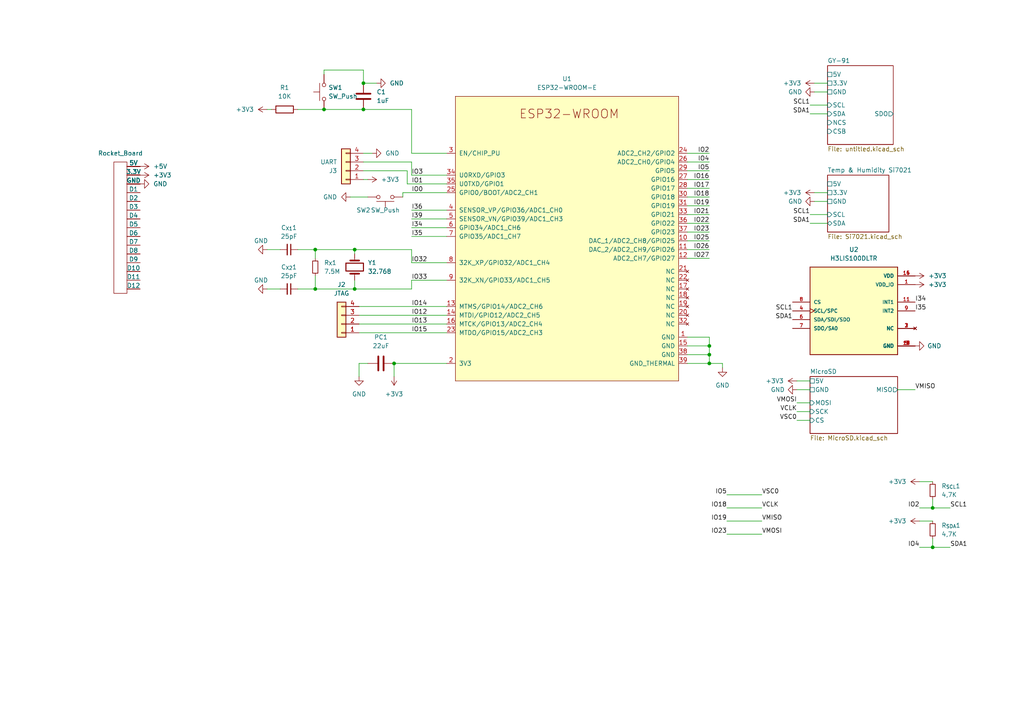
<source format=kicad_sch>
(kicad_sch (version 20211123) (generator eeschema)
  (paper "A4")
  (lib_symbols
    (symbol "BlueSat:Rocket_Board" (pin_numbers hide) (pin_names (offset 0))
      (property "Value" "Rocket_Board" (at 1.27 19.05 0))
      (symbol "Rocket_Board_0_1"
        (rectangle (start -3.81 -21.59) (end 0 16.51))
      )
      (symbol "Rocket_Board_1_1"
        (pin passive line (at 3.81 15.24 180) (length 3.81) (name "5V") (number "1"))
        (pin passive line (at 3.81 12.7 180) (length 3.81) (name "3.3V") (number "10"))
        (pin passive line (at 3.81 10.16 180) (length 3.81) (name "GND") (number "11"))
        (pin passive line (at 3.81 -2.54 180) (length 3.81) (name "D5") (number "12"))
        (pin passive line (at 3.81 -7.62 180) (length 3.81) (name "D7") (number "13"))
        (pin passive line (at 3.81 10.16 180) (length 3.81) (name "GND") (number "14"))
        (pin passive line (at 3.81 -12.7 180) (length 3.81) (name "D9") (number "15"))
        (pin passive line (at 3.81 -17.78 180) (length 3.81) (name "D11") (number "16"))
        (pin passive line (at 3.81 10.16 180) (length 3.81) (name "GND") (number "17"))
        (pin passive line (at 3.81 15.24 180) (length 3.81) (name "5V") (number "18"))
        (pin passive line (at 3.81 10.16 180) (length 3.81) (name "GND") (number "19"))
        (pin passive line (at 3.81 10.16 180) (length 3.81) (name "GND") (number "2"))
        (pin passive line (at 3.81 12.7 180) (length 3.81) (name "3.3V") (number "20"))
        (pin passive line (at 3.81 12.7 180) (length 3.81) (name "3.3V") (number "21"))
        (pin passive line (at 3.81 10.16 180) (length 3.81) (name "GND") (number "22"))
        (pin passive line (at 3.81 15.24 180) (length 3.81) (name "5V") (number "23"))
        (pin passive line (at 3.81 10.16 180) (length 3.81) (name "GND") (number "24"))
        (pin passive line (at 3.81 -20.32 180) (length 3.81) (name "D12") (number "25"))
        (pin passive line (at 3.81 -15.24 180) (length 3.81) (name "D10") (number "26"))
        (pin passive line (at 3.81 10.16 180) (length 3.81) (name "GND") (number "27"))
        (pin passive line (at 3.81 -10.16 180) (length 3.81) (name "D8") (number "28"))
        (pin passive line (at 3.81 -5.08 180) (length 3.81) (name "D6") (number "29"))
        (pin passive line (at 3.81 12.7 180) (length 3.81) (name "3.3V") (number "3"))
        (pin passive line (at 3.81 10.16 180) (length 3.81) (name "GND") (number "30"))
        (pin passive line (at 3.81 12.7 180) (length 3.81) (name "3.3V") (number "31"))
        (pin passive line (at 3.81 10.16 180) (length 3.81) (name "GND") (number "32"))
        (pin passive line (at 3.81 15.24 180) (length 3.81) (name "5V") (number "33"))
        (pin passive line (at 3.81 10.16 180) (length 3.81) (name "GND") (number "34"))
        (pin passive line (at 3.81 0 180) (length 3.81) (name "D4") (number "35"))
        (pin passive line (at 3.81 5.08 180) (length 3.81) (name "D2") (number "36"))
        (pin passive line (at 3.81 10.16 180) (length 3.81) (name "GND") (number "37"))
        (pin passive line (at 3.81 12.7 180) (length 3.81) (name "3.3V") (number "38"))
        (pin passive line (at 3.81 10.16 180) (length 3.81) (name "GND") (number "39"))
        (pin passive line (at 3.81 10.16 180) (length 3.81) (name "GND") (number "4"))
        (pin passive line (at 3.81 15.24 180) (length 3.81) (name "5V") (number "40"))
        (pin passive line (at 3.81 7.62 180) (length 3.81) (name "D1") (number "5"))
        (pin passive line (at 3.81 2.54 180) (length 3.81) (name "D3") (number "6"))
        (pin passive line (at 3.81 10.16 180) (length 3.81) (name "GND") (number "7"))
        (pin passive line (at 3.81 15.24 180) (length 3.81) (name "5V") (number "8"))
        (pin passive line (at 3.81 10.16 180) (length 3.81) (name "GND") (number "9"))
      )
    )
    (symbol "Connector_Generic:Conn_01x04" (pin_names (offset 1.016) hide)
      (property "Reference" "J" (at 0 5.08 0))
      (property "Value" "Conn_01x04" (at 0 -7.62 0))
      (symbol "Conn_01x04_1_1"
        (rectangle (start -1.27 -4.953) (end 0 -5.207) (stroke (width 0.1524)))
        (rectangle (start -1.27 -2.413) (end 0 -2.667) (stroke (width 0.1524)))
        (rectangle (start -1.27 0.127) (end 0 -0.127) (stroke (width 0.1524)))
        (rectangle (start -1.27 2.667) (end 0 2.413) (stroke (width 0.1524)))
        (rectangle (start -1.27 3.81) (end 1.27 -6.35) (stroke (width 0.254)) (fill (type background)))
        (pin passive line (at -5.08 2.54 0) (length 3.81) (name "Pin_1") (number "1"))
        (pin passive line (at -5.08 0 0) (length 3.81) (name "Pin_2") (number "2"))
        (pin passive line (at -5.08 -2.54 0) (length 3.81) (name "Pin_3") (number "3"))
        (pin passive line (at -5.08 -5.08 0) (length 3.81) (name "Pin_4") (number "4"))
      )
    )
    (symbol "Device:C" (pin_numbers hide) (pin_names (offset 0.254))
      (property "Reference" "C" (at 0.635 2.54 0))
      (property "Value" "C" (at 0.635 -2.54 0))
      (symbol "C_0_1"
        (polyline (pts (xy -2.032 -0.762) (xy 2.032 -0.762)) (stroke (width 0.508)))
        (polyline (pts (xy -2.032 0.762) (xy 2.032 0.762)) (stroke (width 0.508)))
      )
      (symbol "C_1_1"
        (pin passive line (at 0 3.81 270) (length 2.794) (name "~") (number "1"))
        (pin passive line (at 0 -3.81 90) (length 2.794) (name "~") (number "2"))
      )
    )
    (symbol "Device:C_Small" (pin_numbers hide) (pin_names (offset 0.254) hide)
      (property "Reference" "C" (at 0.254 1.778 0))
      (property "Value" "C_Small" (at 0.254 -2.032 0))
      (symbol "C_Small_0_1"
        (polyline (pts (xy -1.524 -0.508) (xy 1.524 -0.508)) (stroke (width 0.3302)))
        (polyline (pts (xy -1.524 0.508) (xy 1.524 0.508)) (stroke (width 0.3048)))
      )
      (symbol "C_Small_1_1"
        (pin passive line (at 0 2.54 270) (length 2.032) (name "~") (number "1"))
        (pin passive line (at 0 -2.54 90) (length 2.032) (name "~") (number "2"))
      )
    )
    (symbol "Device:Crystal" (pin_numbers hide) (pin_names (offset 1.016) hide)
      (property "Reference" "Y" (at 0 3.81 0))
      (property "Value" "Crystal" (at 0 -3.81 0))
      (symbol "Crystal_0_1"
        (rectangle (start -1.143 2.54) (end 1.143 -2.54) (stroke (width 0.3048)))
        (polyline (pts (xy -2.54 0) (xy -1.905 0)))
        (polyline (pts (xy -1.905 -1.27) (xy -1.905 1.27)) (stroke (width 0.508)))
        (polyline (pts (xy 1.905 -1.27) (xy 1.905 1.27)) (stroke (width 0.508)))
        (polyline (pts (xy 2.54 0) (xy 1.905 0)))
      )
      (symbol "Crystal_1_1"
        (pin passive line (at -3.81 0 0) (length 1.27) (name "1") (number "1"))
        (pin passive line (at 3.81 0 180) (length 1.27) (name "2") (number "2"))
      )
    )
    (symbol "Device:R" (pin_numbers hide) (pin_names (offset 0))
      (property "Reference" "R" (at 2.032 0 90))
      (property "Value" "R" (at 0 0 90))
      (symbol "R_0_1"
        (rectangle (start -1.016 -2.54) (end 1.016 2.54) (stroke (width 0.254)))
      )
      (symbol "R_1_1"
        (pin passive line (at 0 3.81 270) (length 1.27) (name "~") (number "1"))
        (pin passive line (at 0 -3.81 90) (length 1.27) (name "~") (number "2"))
      )
    )
    (symbol "Device:R_Small" (pin_numbers hide) (pin_names (offset 0.254) hide)
      (property "Reference" "R" (at 0.762 0.508 0))
      (property "Value" "R_Small" (at 0.762 -1.016 0))
      (symbol "R_Small_0_1"
        (rectangle (start -0.762 1.778) (end 0.762 -1.778) (stroke (width 0.2032)))
      )
      (symbol "R_Small_1_1"
        (pin passive line (at 0 2.54 270) (length 0.762) (name "~") (number "1"))
        (pin passive line (at 0 -2.54 90) (length 0.762) (name "~") (number "2"))
      )
    )
    (symbol "ESP32:ESP32-WROOM-E" (pin_names (offset 1.016))
      (property "Reference" "U" (at 0 43.18 0))
      (property "Value" "ESP32-WROOM-E" (at 0 -41.91 0))
      (symbol "ESP32-WROOM-E_0_1"
        (rectangle (start 33.02 41.91) (end -31.75 -40.64) (fill (type background)))
      )
      (symbol "ESP32-WROOM-E_1_1"
        (text "ESP32-­WROOM­" (at 1.27 36.83 0) (effects (font (size 2.54 2.54))))
        (pin power_in line (at 35.56 -27.94 180) (length 2.54) (name "GND") (number "1"))
        (pin bidirectional line (at 35.56 0 180) (length 2.54) (name "DAC_1/ADC2_CH8/GPIO25") (number "10"))
        (pin bidirectional line (at 35.56 -2.54 180) (length 2.54) (name "DAC_2/ADC2_CH9/GPIO26") (number "11"))
        (pin bidirectional line (at 35.56 -5.08 180) (length 2.54) (name "ADC2_CH7/GPIO27") (number "12"))
        (pin bidirectional line (at -34.29 -19.05 0) (length 2.54) (name "MTMS/GPIO14/ADC2_CH6") (number "13"))
        (pin bidirectional line (at -34.29 -21.59 0) (length 2.54) (name "MTDI/GPIO12/ADC2_CH5") (number "14"))
        (pin power_in line (at 35.56 -30.48 180) (length 2.54) (name "GND") (number "15"))
        (pin bidirectional line (at -34.29 -24.13 0) (length 2.54) (name "MTCK/GPIO13/ADC2_CH4") (number "16"))
        (pin no_connect line (at 35.56 -13.97 180) (length 2.54) (name "NC") (number "17"))
        (pin no_connect line (at 35.56 -16.51 180) (length 2.54) (name "NC") (number "18"))
        (pin no_connect line (at 35.56 -19.05 180) (length 2.54) (name "NC") (number "19"))
        (pin power_in line (at -34.29 -35.56 0) (length 2.54) (name "3V3") (number "2"))
        (pin no_connect line (at 35.56 -21.59 180) (length 2.54) (name "NC") (number "20"))
        (pin no_connect line (at 35.56 -8.89 180) (length 2.54) (name "NC") (number "21"))
        (pin no_connect line (at 35.56 -11.43 180) (length 2.54) (name "NC") (number "22"))
        (pin bidirectional line (at -34.29 -26.67 0) (length 2.54) (name "MTDO/GPIO15/ADC2_CH3") (number "23"))
        (pin bidirectional line (at 35.56 25.4 180) (length 2.54) (name "ADC2_CH2/GPIO2") (number "24"))
        (pin bidirectional line (at -34.29 13.97 0) (length 2.54) (name "GPIO0/BOOT/ADC2_CH1") (number "25"))
        (pin bidirectional line (at 35.56 22.86 180) (length 2.54) (name "ADC2_CH0/GPIO4") (number "26"))
        (pin bidirectional line (at 35.56 17.78 180) (length 2.54) (name "GPIO16") (number "27"))
        (pin bidirectional line (at 35.56 15.24 180) (length 2.54) (name "GPIO17") (number "28"))
        (pin bidirectional line (at 35.56 20.32 180) (length 2.54) (name "GPIO5") (number "29"))
        (pin input line (at -34.29 25.4 0) (length 2.54) (name "EN/CHIP_PU") (number "3"))
        (pin bidirectional line (at 35.56 12.7 180) (length 2.54) (name "GPIO18") (number "30"))
        (pin bidirectional line (at 35.56 10.16 180) (length 2.54) (name "GPIO19") (number "31"))
        (pin no_connect line (at 35.56 -24.13 180) (length 2.54) (name "NC") (number "32"))
        (pin bidirectional line (at 35.56 7.62 180) (length 2.54) (name "GPIO21") (number "33"))
        (pin bidirectional line (at -34.29 19.05 0) (length 2.54) (name "U0RXD/GPIO3") (number "34"))
        (pin bidirectional line (at -34.29 16.51 0) (length 2.54) (name "U0TXD/GPIO1") (number "35"))
        (pin bidirectional line (at 35.56 5.08 180) (length 2.54) (name "GPIO22") (number "36"))
        (pin bidirectional line (at 35.56 2.54 180) (length 2.54) (name "GPIO23") (number "37"))
        (pin power_in line (at 35.56 -33.02 180) (length 2.54) (name "GND") (number "38"))
        (pin power_in line (at 35.56 -35.56 180) (length 2.54) (name "GND_THERMAL") (number "39"))
        (pin input line (at -34.29 8.89 0) (length 2.54) (name "SENSOR_VP/GPIO36/ADC1_CH0") (number "4"))
        (pin input line (at -34.29 6.35 0) (length 2.54) (name "SENSOR_VN/GPIO39/ADC1_CH3") (number "5"))
        (pin input line (at -34.29 3.81 0) (length 2.54) (name "GPIO34/ADC1_CH6") (number "6"))
        (pin input line (at -34.29 1.27 0) (length 2.54) (name "GPIO35/ADC1_CH7") (number "7"))
        (pin bidirectional line (at -34.29 -6.35 0) (length 2.54) (name "32K_XP/GPIO32/ADC1_CH4") (number "8"))
        (pin bidirectional line (at -34.29 -11.43 0) (length 2.54) (name "32K_XN/GPIO33/ADC1_CH5") (number "9"))
      )
    )
    (symbol "IMU:H3LIS100DLTR" (pin_names (offset 1.016))
      (property "Reference" "U" (at -12.7 13.589 0))
      (property "Value" "H3LIS100DLTR" (at -12.7 -15.24 0))
      (symbol "H3LIS100DLTR_0_0"
        (rectangle (start -12.7 -12.7) (end 12.7 12.7) (stroke (width 0.254)) (fill (type background)))
        (pin power_in line (at 17.78 7.62 180) (length 5.08) (name "VDD_IO") (number "1"))
        (pin power_in line (at 17.78 -10.16 180) (length 5.08) (name "GND") (number "10"))
        (pin output line (at 17.78 2.54 180) (length 5.08) (name "INT1") (number "11"))
        (pin power_in line (at 17.78 -10.16 180) (length 5.08) (name "GND") (number "12"))
        (pin power_in line (at 17.78 -10.16 180) (length 5.08) (name "GND") (number "13"))
        (pin power_in line (at 17.78 10.16 180) (length 5.08) (name "VDD") (number "14"))
        (pin power_in line (at 17.78 10.16 180) (length 5.08) (name "VDD") (number "15"))
        (pin power_in line (at 17.78 -10.16 180) (length 5.08) (name "GND") (number "16"))
        (pin no_connect line (at 17.78 -5.08 180) (length 5.08) (name "NC") (number "2"))
        (pin no_connect line (at 17.78 -5.08 180) (length 5.08) (name "NC") (number "3"))
        (pin input clock (at -17.78 0 0) (length 5.08) (name "SCL/SPC") (number "4"))
        (pin power_in line (at 17.78 -10.16 180) (length 5.08) (name "GND") (number "5"))
        (pin bidirectional line (at -17.78 -2.54 0) (length 5.08) (name "SDA/SDI/SDO") (number "6"))
        (pin bidirectional line (at -17.78 -5.08 0) (length 5.08) (name "SDO/SA0") (number "7"))
        (pin input line (at -17.78 2.54 0) (length 5.08) (name "CS") (number "8"))
        (pin output line (at 17.78 0 180) (length 5.08) (name "INT2") (number "9"))
      )
    )
    (symbol "Switch:SW_Push" (pin_numbers hide) (pin_names (offset 1.016) hide)
      (property "Reference" "SW" (at 1.27 2.54 0))
      (property "Value" "SW_Push" (at 0 -1.524 0))
      (symbol "SW_Push_0_1"
        (circle (center -2.032 0) (radius 0.508))
        (polyline (pts (xy 0 1.27) (xy 0 3.048)))
        (polyline (pts (xy 2.54 1.27) (xy -2.54 1.27)))
        (circle (center 2.032 0) (radius 0.508))
        (pin passive line (at -5.08 0 0) (length 2.54) (name "1") (number "1"))
        (pin passive line (at 5.08 0 180) (length 2.54) (name "2") (number "2"))
      )
    )
    (symbol "power:+3.3V" (power) (pin_names (offset 0))
      (property "Value" "+3.3V" (at 0 3.556 0))
      (symbol "+3.3V_0_1"
        (polyline (pts (xy -0.762 1.27) (xy 0 2.54)))
        (polyline (pts (xy 0 0) (xy 0 2.54)))
        (polyline (pts (xy 0 2.54) (xy 0.762 1.27)))
      )
      (symbol "+3.3V_1_1"
        (pin power_in line (at 0 0 90) (length 0) hide (name "+3V3") (number "1"))
      )
    )
    (symbol "power:+5V" (power) (pin_names (offset 0))
      (property "Value" "+5V" (at 0 3.556 0))
      (symbol "+5V_0_1"
        (polyline (pts (xy -0.762 1.27) (xy 0 2.54)))
        (polyline (pts (xy 0 0) (xy 0 2.54)))
        (polyline (pts (xy 0 2.54) (xy 0.762 1.27)))
      )
      (symbol "+5V_1_1"
        (pin power_in line (at 0 0 90) (length 0) hide (name "+5V") (number "1"))
      )
    )
    (symbol "power:GND" (power) (pin_names (offset 0))
      (property "Value" "GND" (at 0 -3.81 0))
      (symbol "GND_0_1"
        (polyline (pts (xy 0 0) (xy 0 -1.27) (xy 1.27 -1.27) (xy 0 -2.54) (xy -1.27 -1.27) (xy 0 -1.27)))
      )
      (symbol "GND_1_1"
        (pin power_in line (at 0 0 270) (length 0) hide (name "GND") (number "1"))
      )
    )
  )
  (junction (at 91.44 72.39))
  (junction (at 270.51 147.32))
  (junction (at 270.51 158.75))
  (junction (at 205.74 105.41))
  (junction (at 114.3 105.41))
  (junction (at 102.87 83.82))
  (junction (at 205.74 102.87))
  (junction (at 93.98 31.75))
  (junction (at 102.87 72.39))
  (junction (at 105.41 31.75))
  (junction (at 105.41 24.13))
  (junction (at 205.74 100.33))
  (junction (at 91.44 83.82))
  (wire (pts (xy 205.74 105.41) (xy 209.55 105.41)))
  (wire (pts (xy 119.38 66.04) (xy 129.54 66.04)))
  (wire (pts (xy 270.51 158.75) (xy 275.59 158.75)))
  (wire (pts (xy 210.82 143.51) (xy 220.98 143.51)))
  (wire (pts (xy 199.39 69.85) (xy 205.74 69.85)))
  (wire (pts (xy 86.36 83.82) (xy 91.44 83.82)))
  (wire (pts (xy 119.38 81.28) (xy 119.38 83.82)))
  (wire (pts (xy 104.14 91.44) (xy 129.54 91.44)))
  (wire (pts (xy 104.14 88.9) (xy 129.54 88.9)))
  (wire (pts (xy 119.38 81.28) (xy 129.54 81.28)))
  (wire (pts (xy 210.82 147.32) (xy 220.98 147.32)))
  (wire (pts (xy 234.95 64.77) (xy 240.03 64.77)))
  (wire (pts (xy 236.22 55.88) (xy 240.03 55.88)))
  (wire (pts (xy 236.22 26.67) (xy 240.03 26.67)))
  (wire (pts (xy 119.38 44.45) (xy 119.38 31.75)))
  (wire (pts (xy 104.14 93.98) (xy 129.54 93.98)))
  (wire (pts (xy 77.47 83.82) (xy 81.28 83.82)))
  (wire (pts (xy 119.38 60.96) (xy 129.54 60.96)))
  (wire (pts (xy 210.82 151.13) (xy 220.98 151.13)))
  (wire (pts (xy 77.47 72.39) (xy 81.28 72.39)))
  (wire (pts (xy 199.39 59.69) (xy 205.74 59.69)))
  (wire (pts (xy 129.54 55.88) (xy 116.84 55.88)))
  (wire (pts (xy 199.39 49.53) (xy 205.74 49.53)))
  (wire (pts (xy 234.95 33.02) (xy 240.03 33.02)))
  (wire (pts (xy 102.87 72.39) (xy 119.38 72.39)))
  (wire (pts (xy 116.84 55.88) (xy 116.84 57.15)))
  (wire (pts (xy 105.41 24.13) (xy 109.22 24.13)))
  (wire (pts (xy 119.38 50.8) (xy 119.38 46.99)))
  (wire (pts (xy 102.87 83.82) (xy 119.38 83.82)))
  (wire (pts (xy 119.38 31.75) (xy 105.41 31.75)))
  (wire (pts (xy 260.35 113.03) (xy 265.43 113.03)))
  (wire (pts (xy 102.87 72.39) (xy 102.87 73.66)))
  (wire (pts (xy 231.14 110.49) (xy 234.95 110.49)))
  (wire (pts (xy 199.39 44.45) (xy 205.74 44.45)))
  (wire (pts (xy 205.74 97.79) (xy 205.74 100.33)))
  (wire (pts (xy 105.41 20.32) (xy 105.41 24.13)))
  (wire (pts (xy 91.44 72.39) (xy 102.87 72.39)))
  (wire (pts (xy 129.54 50.8) (xy 119.38 50.8)))
  (wire (pts (xy 199.39 74.93) (xy 205.74 74.93)))
  (wire (pts (xy 199.39 97.79) (xy 205.74 97.79)))
  (wire (pts (xy 106.68 105.41) (xy 104.14 105.41)))
  (wire (pts (xy 102.87 83.82) (xy 102.87 81.28)))
  (wire (pts (xy 93.98 20.32) (xy 93.98 21.59)))
  (wire (pts (xy 199.39 105.41) (xy 205.74 105.41)))
  (wire (pts (xy 119.38 63.5) (xy 129.54 63.5)))
  (wire (pts (xy 231.14 121.92) (xy 234.95 121.92)))
  (wire (pts (xy 270.51 144.78) (xy 270.51 147.32)))
  (wire (pts (xy 266.7 139.7) (xy 270.51 139.7)))
  (wire (pts (xy 119.38 72.39) (xy 119.38 76.2)))
  (wire (pts (xy 205.74 102.87) (xy 205.74 105.41)))
  (wire (pts (xy 199.39 100.33) (xy 205.74 100.33)))
  (wire (pts (xy 118.11 53.34) (xy 118.11 49.53)))
  (wire (pts (xy 270.51 147.32) (xy 275.59 147.32)))
  (wire (pts (xy 231.14 113.03) (xy 234.95 113.03)))
  (wire (pts (xy 129.54 105.41) (xy 114.3 105.41)))
  (wire (pts (xy 205.74 100.33) (xy 205.74 102.87)))
  (wire (pts (xy 93.98 20.32) (xy 105.41 20.32)))
  (wire (pts (xy 199.39 57.15) (xy 205.74 57.15)))
  (wire (pts (xy 199.39 72.39) (xy 205.74 72.39)))
  (wire (pts (xy 119.38 76.2) (xy 129.54 76.2)))
  (wire (pts (xy 199.39 46.99) (xy 205.74 46.99)))
  (wire (pts (xy 199.39 67.31) (xy 205.74 67.31)))
  (wire (pts (xy 77.47 31.75) (xy 78.74 31.75)))
  (wire (pts (xy 86.36 72.39) (xy 91.44 72.39)))
  (wire (pts (xy 209.55 106.68) (xy 209.55 105.41)))
  (wire (pts (xy 234.95 62.23) (xy 240.03 62.23)))
  (wire (pts (xy 93.98 31.75) (xy 105.41 31.75)))
  (wire (pts (xy 129.54 53.34) (xy 118.11 53.34)))
  (wire (pts (xy 199.39 52.07) (xy 205.74 52.07)))
  (wire (pts (xy 104.14 105.41) (xy 104.14 109.22)))
  (wire (pts (xy 105.41 52.07) (xy 106.68 52.07)))
  (wire (pts (xy 118.11 49.53) (xy 105.41 49.53)))
  (wire (pts (xy 231.14 119.38) (xy 234.95 119.38)))
  (wire (pts (xy 91.44 74.93) (xy 91.44 72.39)))
  (wire (pts (xy 210.82 154.94) (xy 220.98 154.94)))
  (wire (pts (xy 231.14 116.84) (xy 234.95 116.84)))
  (wire (pts (xy 129.54 44.45) (xy 119.38 44.45)))
  (wire (pts (xy 199.39 62.23) (xy 205.74 62.23)))
  (wire (pts (xy 234.95 30.48) (xy 240.03 30.48)))
  (wire (pts (xy 270.51 156.21) (xy 270.51 158.75)))
  (wire (pts (xy 91.44 83.82) (xy 91.44 80.01)))
  (wire (pts (xy 266.7 147.32) (xy 270.51 147.32)))
  (wire (pts (xy 86.36 31.75) (xy 93.98 31.75)))
  (wire (pts (xy 199.39 102.87) (xy 205.74 102.87)))
  (wire (pts (xy 104.14 96.52) (xy 129.54 96.52)))
  (wire (pts (xy 199.39 54.61) (xy 205.74 54.61)))
  (wire (pts (xy 266.7 151.13) (xy 270.51 151.13)))
  (wire (pts (xy 119.38 46.99) (xy 105.41 46.99)))
  (wire (pts (xy 236.22 58.42) (xy 240.03 58.42)))
  (wire (pts (xy 102.87 83.82) (xy 91.44 83.82)))
  (wire (pts (xy 101.6 57.15) (xy 106.68 57.15)))
  (wire (pts (xy 266.7 158.75) (xy 270.51 158.75)))
  (wire (pts (xy 114.3 105.41) (xy 114.3 109.22)))
  (wire (pts (xy 199.39 64.77) (xy 205.74 64.77)))
  (wire (pts (xy 105.41 44.45) (xy 107.95 44.45)))
  (wire (pts (xy 119.38 68.58) (xy 129.54 68.58)))
  (wire (pts (xy 236.22 24.13) (xy 240.03 24.13)))
  (label "IO33" (at 119.38 81.28 0))
  (label "IO4" (at 266.7 158.75 180))
  (label "I34" (at 119.38 66.04 0))
  (label "I34" (at 265.43 87.63 0))
  (label "IO19" (at 210.82 151.13 180))
  (label "IO15" (at 119.38 96.52 0))
  (label "IO25" (at 205.74 69.85 180))
  (label "IO12" (at 119.38 91.44 0))
  (label "IO23" (at 210.82 154.94 180))
  (label "IO18" (at 205.74 57.15 180))
  (label "IO17" (at 205.74 54.61 180))
  (label "IO32" (at 119.38 76.2 0))
  (label "IO14" (at 119.38 88.9 0))
  (label "VCLK" (at 220.98 147.32 0))
  (label "I35" (at 265.43 90.17 0))
  (label "SDA1" (at 229.87 92.71 180))
  (label "IO21" (at 205.74 62.23 180))
  (label "VMOSI" (at 220.98 154.94 0))
  (label "SDA1" (at 275.59 158.75 0))
  (label "VCLK" (at 231.14 119.38 180))
  (label "IO27" (at 205.74 74.93 180))
  (label "IO2" (at 266.7 147.32 180))
  (label "SCL1" (at 275.59 147.32 0))
  (label "IO5" (at 205.74 49.53 180))
  (label "IO1" (at 119.38 53.34 0))
  (label "SDA1" (at 234.95 64.77 180))
  (label "SCL1" (at 234.95 30.48 180))
  (label "I35" (at 119.38 68.58 0))
  (label "I39" (at 119.38 63.5 0))
  (label "IO3" (at 119.38 50.8 0))
  (label "IO19" (at 205.74 59.69 180))
  (label "IO4" (at 205.74 46.99 180))
  (label "IO0" (at 119.38 55.88 0))
  (label "VMOSI" (at 231.14 116.84 180))
  (label "SDA1" (at 234.95 33.02 180))
  (label "IO26" (at 205.74 72.39 180))
  (label "VSC0" (at 220.98 143.51 0))
  (label "SCL1" (at 229.87 90.17 180))
  (label "IO23" (at 205.74 67.31 180))
  (label "VMISO" (at 220.98 151.13 0))
  (label "I36" (at 119.38 60.96 0))
  (label "IO2" (at 205.74 44.45 180))
  (label "VSC0" (at 231.14 121.92 180))
  (label "IO16" (at 205.74 52.07 180))
  (label "IO18" (at 210.82 147.32 180))
  (label "IO13" (at 119.38 93.98 0))
  (label "SCL1" (at 234.95 62.23 180))
  (label "VMISO" (at 265.43 113.03 0))
  (label "IO5" (at 210.82 143.51 180))
  (label "IO22" (at 205.74 64.77 180))
  (symbol (lib_id "Switch:SW_Push") (at 111.76 57.15 180) (unit 1)
    (property "Reference" "SW2" (at 105.41 60.96 0))
    (property "Value" "SW_Push" (at 111.76 60.96 0))
    (property "Footprint" "Button_Switch_SMD:SW_Push_1P1T_NO_CK_KMR2" (effects hide))
  )
  (symbol (lib_id "power:+3.3V") (at 77.47 31.75 90) (unit 1)
    (property "Reference" "#PWR0108" (effects hide))
    (property "Value" "+3.3V" (at 73.66 31.7499 90) (effects (justify left)))
  )
  (symbol (lib_id "power:+3.3V") (at 40.64 50.8 270) (unit 1)
    (property "Reference" "#PWR0120" (effects hide))
    (property "Value" "+3.3V" (at 44.45 50.7999 90) (effects (justify left)))
  )
  (symbol (lib_id "power:GND") (at 209.55 106.68 0) (unit 1)
    (property "Reference" "#PWR0110" (effects hide))
    (property "Value" "GND" (at 209.55 111.76 0))
  )
  (symbol (lib_id "power:GND") (at 101.6 57.15 270) (unit 1)
    (property "Reference" "#PWR0109" (effects hide))
    (property "Value" "GND" (at 97.79 57.1499 90) (effects (justify right)))
  )
  (symbol (lib_id "power:+5V") (at 40.64 48.26 270) (unit 1)
    (property "Reference" "#PWR0121" (effects hide))
    (property "Value" "+5V" (at 44.45 48.2599 90) (effects (justify left)))
  )
  (symbol (lib_id "power:+3.3V") (at 266.7 151.13 90) (unit 1)
    (property "Reference" "#PWR0118" (effects hide))
    (property "Value" "+3.3V" (at 262.89 151.1299 90) (effects (justify left)))
  )
  (symbol (lib_id "power:GND") (at 231.14 113.03 270) (unit 1)
    (property "Reference" "#PWR0112" (effects hide))
    (property "Value" "GND" (at 223.52 113.03 90) (effects (justify left)))
  )
  (symbol (lib_id "power:+3.3V") (at 236.22 24.13 90) (unit 1)
    (property "Reference" "#PWR0101" (effects hide))
    (property "Value" "+3.3V" (at 232.41 24.1299 90) (effects (justify left)))
  )
  (symbol (lib_id "ESP32:ESP32-WROOM-E") (at 163.83 69.85 0) (unit 1)
    (property "Reference" "U1" (at 164.465 22.86 0))
    (property "Value" "ESP32-WROOM-E" (at 164.465 25.4 0))
    (property "Footprint" "Espressif:ESP32-WROOM-32E" (effects hide))
    (property "Datasheet" "https://www.espressif.com/sites/default/files/documentation/esp32-wroom-32e_esp32-wroom-32ue_datasheet_en.pdf" (effects hide))
  )
  (symbol (lib_id "IMU:H3LIS100DLTR") (at 247.65 90.17 0) (unit 1)
    (property "Reference" "U2" (at 247.65 72.39 0))
    (property "Value" "H3LIS100DLTR" (at 247.65 74.93 0))
    (property "Footprint" "IMU:PQFN50P300X300X100-16N" (effects hide))
    (property "PARTREV" "2" (effects hide))
    (property "MAXIMUM_PACKAGE_HEIGHT" "1 mm" (effects hide))
    (property "STANDARD" "IPC 7351B" (effects hide))
    (property "MANUFACTURER" "STMicroelectronics" (effects hide))
  )
  (symbol (lib_id "power:GND") (at 236.22 26.67 270) (unit 1)
    (property "Reference" "#PWR0102" (effects hide))
    (property "Value" "GND" (at 228.6 26.67 90) (effects (justify left)))
  )
  (symbol (lib_id "power:GND") (at 236.22 58.42 270) (unit 1)
    (property "Reference" "#PWR0104" (effects hide))
    (property "Value" "GND" (at 228.6 58.42 90) (effects (justify left)))
  )
  (symbol (lib_id "Device:R_Small") (at 270.51 153.67 0) (unit 1)
    (property "Reference" "R_{SDA}1" (at 273.05 152.3999 0) (effects (justify left)))
    (property "Value" "4,7K" (at 273.05 154.9399 0) (effects (justify left)))
    (property "Footprint" "Resistor_SMD:R_0603_1608Metric_Pad0.98x0.95mm_HandSolder" (effects hide))
  )
  (symbol (lib_id "power:+3.3V") (at 236.22 55.88 90) (unit 1)
    (property "Reference" "#PWR0103" (effects hide))
    (property "Value" "+3.3V" (at 232.41 55.8799 90) (effects (justify left)))
  )
  (symbol (lib_id "power:GND") (at 77.47 83.82 270) (unit 1)
    (property "Reference" "#PWR0124" (effects hide))
    (property "Value" "GND" (at 73.66 81.28 90) (effects (justify left)))
  )
  (symbol (lib_id "power:GND") (at 40.64 53.34 90) (unit 1)
    (property "Reference" "#PWR0111" (effects hide))
    (property "Value" "GND" (at 44.45 53.3399 90) (effects (justify right)))
  )
  (symbol (lib_id "Connector_Generic:Conn_01x04") (at 99.06 93.98 180) (unit 1)
    (property "Reference" "J2" (at 99.06 82.55 0))
    (property "Value" "JTAG" (at 99.06 85.09 0))
    (property "Footprint" "Connector_PinHeader_2.54mm:PinHeader_1x04_P2.54mm_Vertical" (effects hide))
  )
  (symbol (lib_id "power:GND") (at 107.95 44.45 90) (unit 1)
    (property "Reference" "#PWR0105" (effects hide))
    (property "Value" "GND" (at 111.76 44.4499 90) (effects (justify right)))
  )
  (symbol (lib_id "Device:R_Small") (at 270.51 142.24 0) (unit 1)
    (property "Reference" "R_{SCL}1" (at 273.05 140.9699 0) (effects (justify left)))
    (property "Value" "4,7K" (at 273.05 143.5099 0) (effects (justify left)))
    (property "Footprint" "Resistor_SMD:R_0603_1608Metric_Pad0.98x0.95mm_HandSolder" (effects hide))
  )
  (symbol (lib_id "power:+3.3V") (at 231.14 110.49 90) (unit 1)
    (property "Reference" "#PWR0122" (effects hide))
    (property "Value" "+3.3V" (at 227.33 110.4899 90) (effects (justify left)))
  )
  (symbol (lib_id "power:GND") (at 265.43 100.33 90) (unit 1)
    (property "Reference" "#PWR0115" (effects hide))
    (property "Value" "GND" (at 273.05 100.33 90) (effects (justify left)))
  )
  (symbol (lib_id "power:+3.3V") (at 265.43 80.01 270) (unit 1)
    (property "Reference" "#PWR0113" (effects hide))
    (property "Value" "+3.3V" (at 269.24 80.0099 90) (effects (justify left)))
  )
  (symbol (lib_id "Device:R_Small") (at 91.44 77.47 0) (unit 1)
    (property "Reference" "R_{X}1" (at 93.98 76.1999 0) (effects (justify left)))
    (property "Value" "7.5M" (at 93.98 78.7399 0) (effects (justify left)))
    (property "Footprint" "Resistor_SMD:R_0603_1608Metric_Pad0.98x0.95mm_HandSolder" (effects hide))
  )
  (symbol (lib_id "power:+3.3V") (at 106.68 52.07 270) (unit 1)
    (property "Reference" "#PWR0107" (effects hide))
    (property "Value" "+3.3V" (at 110.49 52.0699 90) (effects (justify left)))
  )
  (symbol (lib_id "power:+3.3V") (at 266.7 139.7 90) (unit 1)
    (property "Reference" "#PWR0119" (effects hide))
    (property "Value" "+3.3V" (at 262.89 139.6999 90) (effects (justify left)))
  )
  (symbol (lib_id "Device:C_Small") (at 83.82 83.82 270) (unit 1)
    (property "Reference" "C_{X2}1" (at 83.8136 77.47 90))
    (property "Value" "25pF" (at 83.8136 80.01 90))
    (property "Footprint" "Capacitor_SMD:C_0805_2012Metric_Pad1.18x1.45mm_HandSolder" (effects hide))
  )
  (symbol (lib_id "Switch:SW_Push") (at 93.98 26.67 90) (unit 1)
    (property "Reference" "SW1" (at 95.25 25.3999 90) (effects (justify right)))
    (property "Value" "SW_Push" (at 95.25 27.9399 90) (effects (justify right)))
    (property "Footprint" "Button_Switch_SMD:SW_Push_1P1T_NO_CK_KMR2" (effects hide))
  )
  (symbol (lib_id "power:+3.3V") (at 114.3 109.22 180) (unit 1)
    (property "Reference" "#PWR0117" (effects hide))
    (property "Value" "+3.3V" (at 114.3 114.3 0))
  )
  (symbol (lib_id "Device:C_Small") (at 83.82 72.39 270) (unit 1)
    (property "Reference" "C_{X1}1" (at 83.8136 66.04 90))
    (property "Value" "25pF" (at 83.8136 68.58 90))
    (property "Footprint" "Capacitor_SMD:C_0805_2012Metric_Pad1.18x1.45mm_HandSolder" (effects hide))
  )
  (symbol (lib_id "Device:C") (at 105.41 27.94 0) (unit 1)
    (property "Reference" "C1" (at 109.22 26.6699 0) (effects (justify left)))
    (property "Value" "1uF" (at 109.22 29.2099 0) (effects (justify left)))
    (property "Footprint" "Capacitor_SMD:C_0805_2012Metric_Pad1.18x1.45mm_HandSolder" (effects hide))
  )
  (symbol (lib_id "power:GND") (at 109.22 24.13 90) (unit 1)
    (property "Reference" "#PWR0106" (effects hide))
    (property "Value" "GND" (at 113.03 24.1299 90) (effects (justify right)))
  )
  (symbol (lib_id "Connector_Generic:Conn_01x04") (at 100.33 49.53 180) (unit 1)
    (property "Reference" "J3" (at 97.79 49.5301 0) (effects (justify left)))
    (property "Value" "UART" (at 97.79 46.9901 0) (effects (justify left)))
    (property "Footprint" "Connector_PinHeader_2.54mm:PinHeader_1x04_P2.54mm_Vertical" (effects hide))
  )
  (symbol (lib_id "Device:Crystal") (at 102.87 77.47 90) (unit 1)
    (property "Reference" "Y1" (at 106.68 76.1999 90) (effects (justify right)))
    (property "Value" "32.768" (at 106.68 78.7399 90) (effects (justify right)))
    (property "Footprint" "Crystal:Crystal_SMD_G8-2Pin_3.2x1.5mm_HandSoldering" (effects hide))
    (property "Datasheet" "https://www.digikey.com.au/en/products/detail/diodes-incorporated/G8327A058/13997777" (effects hide))
  )
  (symbol (lib_id "power:+3.3V") (at 265.43 82.55 270) (unit 1)
    (property "Reference" "#PWR0114" (effects hide))
    (property "Value" "+3.3V" (at 269.24 82.5499 90) (effects (justify left)))
  )
  (symbol (lib_id "BlueSat:Rocket_Board") (at 36.83 63.5 0) (unit 1)
    (property "Reference" "Board1" (effects hide))
    (property "Value" "Rocket_Board" (at 34.925 44.45 0))
    (property "Footprint" "IMU:Rocket_Layout" (effects hide))
  )
  (symbol (lib_id "power:GND") (at 77.47 72.39 270) (unit 1)
    (property "Reference" "#PWR0123" (effects hide))
    (property "Value" "GND" (at 73.66 69.85 90) (effects (justify left)))
  )
  (symbol (lib_id "power:GND") (at 104.14 109.22 0) (unit 1)
    (property "Reference" "#PWR0116" (effects hide))
    (property "Value" "GND" (at 104.14 114.3 0))
  )
  (symbol (lib_id "Device:C") (at 110.49 105.41 270) (unit 1)
    (property "Reference" "PC1" (at 110.49 97.79 90))
    (property "Value" "22uF" (at 110.49 100.33 90))
    (property "Footprint" "Capacitor_SMD:C_0805_2012Metric_Pad1.18x1.45mm_HandSolder" (effects hide))
  )
  (symbol (lib_id "Device:R") (at 82.55 31.75 90) (unit 1)
    (property "Reference" "R1" (at 82.55 25.4 90))
    (property "Value" "10K" (at 82.55 27.94 90))
    (property "Footprint" "Resistor_SMD:R_0603_1608Metric" (effects hide))
  )
  (sheet (at 234.95 109.22) (size 25.4 16.51) (stroke (width 0.1524))
    (property "Sheet name" "MicroSD" (at 234.95 108.5084 0) (effects (justify left bottom)))
    (property "Sheet file" "MicroSD.kicad_sch" (at 234.95 126.3146 0) (effects (justify left top)))
    (pin "MISO" output (at 260.35 113.03 0))
    (pin "GND" passive (at 234.95 113.03 180))
    (pin "MOSI" input (at 234.95 116.84 180))
    (pin "SCK" input (at 234.95 119.38 180))
    (pin "CS" input (at 234.95 121.92 180))
    (pin "5V" passive (at 234.95 110.49 180))
  )
  (sheet (at 240.03 50.8) (size 17.78 16.51) (stroke (width 0.1524))
    (property "Sheet name" "Temp & Humidity Si7021" (at 240.03 50.0884 0) (effects (justify left bottom)))
    (property "Sheet file" "Si7021.kicad_sch" (at 240.03 67.8946 0) (effects (justify left top)))
    (pin "3.3V" passive (at 240.03 55.88 180))
    (pin "GND" passive (at 240.03 58.42 180))
    (pin "5V" passive (at 240.03 53.34 180))
    (pin "SCL" input (at 240.03 62.23 180))
    (pin "SDA" bidirectional (at 240.03 64.77 180))
  )
  (sheet (at 240.03 19.05) (size 19.05 22.86) (stroke (width 0.1524))
    (property "Sheet name" "GY-91" (at 240.03 18.3384 0) (effects (justify left bottom)))
    (property "Sheet file" "untitled.kicad_sch" (at 240.03 42.4946 0) (effects (justify left top)))
    (pin "SCL" input (at 240.03 30.48 180))
    (pin "SDA" input (at 240.03 33.02 180))
    (pin "NCS" input (at 240.03 35.56 180))
    (pin "SDO" output (at 259.08 33.02 0))
    (pin "CSB" input (at 240.03 38.1 180))
    (pin "3.3V" passive (at 240.03 24.13 180))
    (pin "GND" passive (at 240.03 26.67 180))
    (pin "5V" passive (at 240.03 21.59 180))
  )
)
</source>
